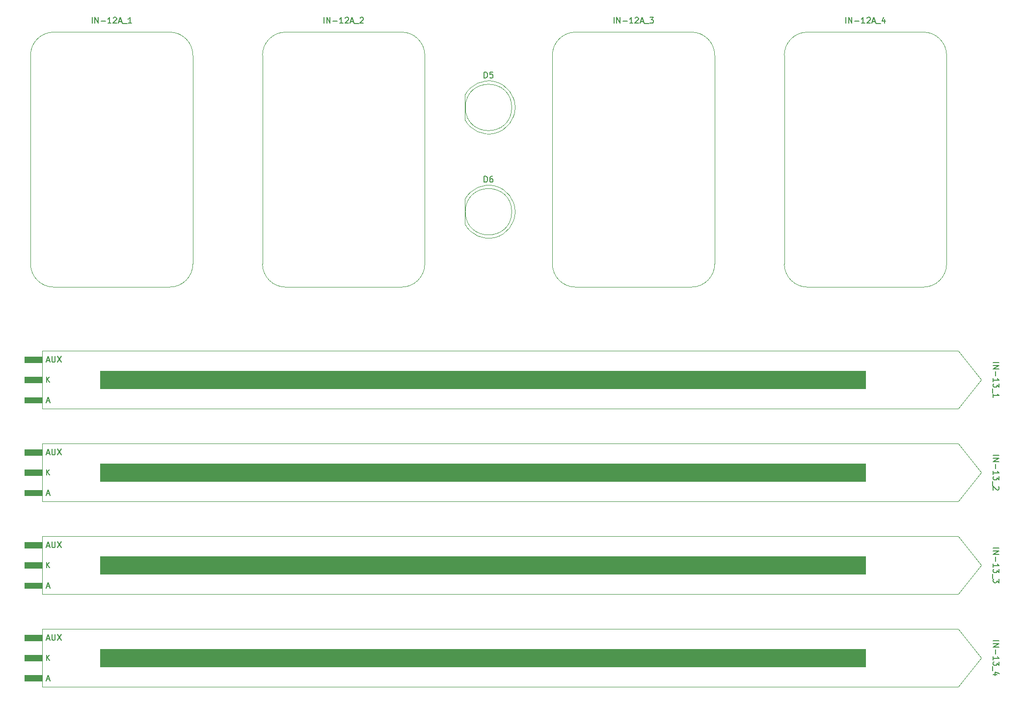
<source format=gbr>
%TF.GenerationSoftware,KiCad,Pcbnew,(6.0.1-0)*%
%TF.CreationDate,2022-02-14T11:55:45-05:00*%
%TF.ProjectId,nixie-tube-clock,6e697869-652d-4747-9562-652d636c6f63,rev?*%
%TF.SameCoordinates,Original*%
%TF.FileFunction,Legend,Top*%
%TF.FilePolarity,Positive*%
%FSLAX46Y46*%
G04 Gerber Fmt 4.6, Leading zero omitted, Abs format (unit mm)*
G04 Created by KiCad (PCBNEW (6.0.1-0)) date 2022-02-14 11:55:45*
%MOMM*%
%LPD*%
G01*
G04 APERTURE LIST*
%ADD10C,0.150000*%
%ADD11C,0.120000*%
G04 APERTURE END LIST*
D10*
%TO.C,IN-12A_2*%
X116619036Y-30452374D02*
X116619036Y-29452374D01*
X117095227Y-30452374D02*
X117095227Y-29452374D01*
X117666655Y-30452374D01*
X117666655Y-29452374D01*
X118142846Y-30071422D02*
X118904750Y-30071422D01*
X119904750Y-30452374D02*
X119333322Y-30452374D01*
X119619036Y-30452374D02*
X119619036Y-29452374D01*
X119523798Y-29595232D01*
X119428560Y-29690470D01*
X119333322Y-29738089D01*
X120285703Y-29547613D02*
X120333322Y-29499994D01*
X120428560Y-29452374D01*
X120666655Y-29452374D01*
X120761893Y-29499994D01*
X120809512Y-29547613D01*
X120857131Y-29642851D01*
X120857131Y-29738089D01*
X120809512Y-29880946D01*
X120238084Y-30452374D01*
X120857131Y-30452374D01*
X121238084Y-30166660D02*
X121714274Y-30166660D01*
X121142846Y-30452374D02*
X121476179Y-29452374D01*
X121809512Y-30452374D01*
X121904750Y-30547613D02*
X122666655Y-30547613D01*
X122857131Y-29547613D02*
X122904750Y-29499994D01*
X122999989Y-29452374D01*
X123238084Y-29452374D01*
X123333322Y-29499994D01*
X123380941Y-29547613D01*
X123428560Y-29642851D01*
X123428560Y-29738089D01*
X123380941Y-29880946D01*
X122809512Y-30452374D01*
X123428560Y-30452374D01*
%TO.C,IN-12A_3*%
X166619047Y-30452380D02*
X166619047Y-29452380D01*
X167095238Y-30452380D02*
X167095238Y-29452380D01*
X167666666Y-30452380D01*
X167666666Y-29452380D01*
X168142857Y-30071428D02*
X168904761Y-30071428D01*
X169904761Y-30452380D02*
X169333333Y-30452380D01*
X169619047Y-30452380D02*
X169619047Y-29452380D01*
X169523809Y-29595238D01*
X169428571Y-29690476D01*
X169333333Y-29738095D01*
X170285714Y-29547619D02*
X170333333Y-29500000D01*
X170428571Y-29452380D01*
X170666666Y-29452380D01*
X170761904Y-29500000D01*
X170809523Y-29547619D01*
X170857142Y-29642857D01*
X170857142Y-29738095D01*
X170809523Y-29880952D01*
X170238095Y-30452380D01*
X170857142Y-30452380D01*
X171238095Y-30166666D02*
X171714285Y-30166666D01*
X171142857Y-30452380D02*
X171476190Y-29452380D01*
X171809523Y-30452380D01*
X171904761Y-30547619D02*
X172666666Y-30547619D01*
X172809523Y-29452380D02*
X173428571Y-29452380D01*
X173095238Y-29833333D01*
X173238095Y-29833333D01*
X173333333Y-29880952D01*
X173380952Y-29928571D01*
X173428571Y-30023809D01*
X173428571Y-30261904D01*
X173380952Y-30357142D01*
X173333333Y-30404761D01*
X173238095Y-30452380D01*
X172952380Y-30452380D01*
X172857142Y-30404761D01*
X172809523Y-30357142D01*
%TO.C,IN-13_4*%
X232047619Y-137047619D02*
X233047619Y-137047619D01*
X232047619Y-137523809D02*
X233047619Y-137523809D01*
X232047619Y-138095238D01*
X233047619Y-138095238D01*
X232428571Y-138571428D02*
X232428571Y-139333333D01*
X232047619Y-140333333D02*
X232047619Y-139761904D01*
X232047619Y-140047619D02*
X233047619Y-140047619D01*
X232904761Y-139952380D01*
X232809523Y-139857142D01*
X232761904Y-139761904D01*
X233047619Y-140666666D02*
X233047619Y-141285714D01*
X232666666Y-140952380D01*
X232666666Y-141095238D01*
X232619047Y-141190476D01*
X232571428Y-141238095D01*
X232476190Y-141285714D01*
X232238095Y-141285714D01*
X232142857Y-141238095D01*
X232095238Y-141190476D01*
X232047619Y-141095238D01*
X232047619Y-140809523D01*
X232095238Y-140714285D01*
X232142857Y-140666666D01*
X231952380Y-141476190D02*
X231952380Y-142238095D01*
X232714285Y-142904761D02*
X232047619Y-142904761D01*
X233095238Y-142666666D02*
X232380952Y-142428571D01*
X232380952Y-143047619D01*
X68761904Y-143666666D02*
X69238095Y-143666666D01*
X68666666Y-143952380D02*
X69000000Y-142952380D01*
X69333333Y-143952380D01*
X68761904Y-136666666D02*
X69238095Y-136666666D01*
X68666666Y-136952380D02*
X69000000Y-135952380D01*
X69333333Y-136952380D01*
X69666666Y-135952380D02*
X69666666Y-136761904D01*
X69714285Y-136857142D01*
X69761904Y-136904761D01*
X69857142Y-136952380D01*
X70047619Y-136952380D01*
X70142857Y-136904761D01*
X70190476Y-136857142D01*
X70238095Y-136761904D01*
X70238095Y-135952380D01*
X70619047Y-135952380D02*
X71285714Y-136952380D01*
X71285714Y-135952380D02*
X70619047Y-136952380D01*
X68738095Y-140452380D02*
X68738095Y-139452380D01*
X69309523Y-140452380D02*
X68880952Y-139880952D01*
X69309523Y-139452380D02*
X68738095Y-140023809D01*
%TO.C,D6*%
X144256904Y-57892380D02*
X144256904Y-56892380D01*
X144495000Y-56892380D01*
X144637857Y-56940000D01*
X144733095Y-57035238D01*
X144780714Y-57130476D01*
X144828333Y-57320952D01*
X144828333Y-57463809D01*
X144780714Y-57654285D01*
X144733095Y-57749523D01*
X144637857Y-57844761D01*
X144495000Y-57892380D01*
X144256904Y-57892380D01*
X145685476Y-56892380D02*
X145495000Y-56892380D01*
X145399761Y-56940000D01*
X145352142Y-56987619D01*
X145256904Y-57130476D01*
X145209285Y-57320952D01*
X145209285Y-57701904D01*
X145256904Y-57797142D01*
X145304523Y-57844761D01*
X145399761Y-57892380D01*
X145590238Y-57892380D01*
X145685476Y-57844761D01*
X145733095Y-57797142D01*
X145780714Y-57701904D01*
X145780714Y-57463809D01*
X145733095Y-57368571D01*
X145685476Y-57320952D01*
X145590238Y-57273333D01*
X145399761Y-57273333D01*
X145304523Y-57320952D01*
X145256904Y-57368571D01*
X145209285Y-57463809D01*
%TO.C,IN-13_1*%
X232047619Y-89047619D02*
X233047619Y-89047619D01*
X232047619Y-89523809D02*
X233047619Y-89523809D01*
X232047619Y-90095238D01*
X233047619Y-90095238D01*
X232428571Y-90571428D02*
X232428571Y-91333333D01*
X232047619Y-92333333D02*
X232047619Y-91761904D01*
X232047619Y-92047619D02*
X233047619Y-92047619D01*
X232904761Y-91952380D01*
X232809523Y-91857142D01*
X232761904Y-91761904D01*
X233047619Y-92666666D02*
X233047619Y-93285714D01*
X232666666Y-92952380D01*
X232666666Y-93095238D01*
X232619047Y-93190476D01*
X232571428Y-93238095D01*
X232476190Y-93285714D01*
X232238095Y-93285714D01*
X232142857Y-93238095D01*
X232095238Y-93190476D01*
X232047619Y-93095238D01*
X232047619Y-92809523D01*
X232095238Y-92714285D01*
X232142857Y-92666666D01*
X231952380Y-93476190D02*
X231952380Y-94238095D01*
X232047619Y-95000000D02*
X232047619Y-94428571D01*
X232047619Y-94714285D02*
X233047619Y-94714285D01*
X232904761Y-94619047D01*
X232809523Y-94523809D01*
X232761904Y-94428571D01*
X68738095Y-92452380D02*
X68738095Y-91452380D01*
X69309523Y-92452380D02*
X68880952Y-91880952D01*
X69309523Y-91452380D02*
X68738095Y-92023809D01*
X68761904Y-95666666D02*
X69238095Y-95666666D01*
X68666666Y-95952380D02*
X69000000Y-94952380D01*
X69333333Y-95952380D01*
X68761904Y-88666666D02*
X69238095Y-88666666D01*
X68666666Y-88952380D02*
X69000000Y-87952380D01*
X69333333Y-88952380D01*
X69666666Y-87952380D02*
X69666666Y-88761904D01*
X69714285Y-88857142D01*
X69761904Y-88904761D01*
X69857142Y-88952380D01*
X70047619Y-88952380D01*
X70142857Y-88904761D01*
X70190476Y-88857142D01*
X70238095Y-88761904D01*
X70238095Y-87952380D01*
X70619047Y-87952380D02*
X71285714Y-88952380D01*
X71285714Y-87952380D02*
X70619047Y-88952380D01*
%TO.C,IN-12A_1*%
X76619039Y-30452374D02*
X76619039Y-29452374D01*
X77095230Y-30452374D02*
X77095230Y-29452374D01*
X77666658Y-30452374D01*
X77666658Y-29452374D01*
X78142849Y-30071422D02*
X78904753Y-30071422D01*
X79904753Y-30452374D02*
X79333325Y-30452374D01*
X79619039Y-30452374D02*
X79619039Y-29452374D01*
X79523801Y-29595232D01*
X79428563Y-29690470D01*
X79333325Y-29738089D01*
X80285706Y-29547613D02*
X80333325Y-29499994D01*
X80428563Y-29452374D01*
X80666658Y-29452374D01*
X80761896Y-29499994D01*
X80809515Y-29547613D01*
X80857134Y-29642851D01*
X80857134Y-29738089D01*
X80809515Y-29880946D01*
X80238087Y-30452374D01*
X80857134Y-30452374D01*
X81238087Y-30166660D02*
X81714277Y-30166660D01*
X81142849Y-30452374D02*
X81476182Y-29452374D01*
X81809515Y-30452374D01*
X81904753Y-30547613D02*
X82666658Y-30547613D01*
X83428563Y-30452374D02*
X82857134Y-30452374D01*
X83142849Y-30452374D02*
X83142849Y-29452374D01*
X83047611Y-29595232D01*
X82952372Y-29690470D01*
X82857134Y-29738089D01*
%TO.C,IN-13_2*%
X232047619Y-105047619D02*
X233047619Y-105047619D01*
X232047619Y-105523809D02*
X233047619Y-105523809D01*
X232047619Y-106095238D01*
X233047619Y-106095238D01*
X232428571Y-106571428D02*
X232428571Y-107333333D01*
X232047619Y-108333333D02*
X232047619Y-107761904D01*
X232047619Y-108047619D02*
X233047619Y-108047619D01*
X232904761Y-107952380D01*
X232809523Y-107857142D01*
X232761904Y-107761904D01*
X233047619Y-108666666D02*
X233047619Y-109285714D01*
X232666666Y-108952380D01*
X232666666Y-109095238D01*
X232619047Y-109190476D01*
X232571428Y-109238095D01*
X232476190Y-109285714D01*
X232238095Y-109285714D01*
X232142857Y-109238095D01*
X232095238Y-109190476D01*
X232047619Y-109095238D01*
X232047619Y-108809523D01*
X232095238Y-108714285D01*
X232142857Y-108666666D01*
X231952380Y-109476190D02*
X231952380Y-110238095D01*
X232952380Y-110428571D02*
X233000000Y-110476190D01*
X233047619Y-110571428D01*
X233047619Y-110809523D01*
X233000000Y-110904761D01*
X232952380Y-110952380D01*
X232857142Y-111000000D01*
X232761904Y-111000000D01*
X232619047Y-110952380D01*
X232047619Y-110380952D01*
X232047619Y-111000000D01*
X68738095Y-108452380D02*
X68738095Y-107452380D01*
X69309523Y-108452380D02*
X68880952Y-107880952D01*
X69309523Y-107452380D02*
X68738095Y-108023809D01*
X68761904Y-111666666D02*
X69238095Y-111666666D01*
X68666666Y-111952380D02*
X69000000Y-110952380D01*
X69333333Y-111952380D01*
X68761904Y-104666666D02*
X69238095Y-104666666D01*
X68666666Y-104952380D02*
X69000000Y-103952380D01*
X69333333Y-104952380D01*
X69666666Y-103952380D02*
X69666666Y-104761904D01*
X69714285Y-104857142D01*
X69761904Y-104904761D01*
X69857142Y-104952380D01*
X70047619Y-104952380D01*
X70142857Y-104904761D01*
X70190476Y-104857142D01*
X70238095Y-104761904D01*
X70238095Y-103952380D01*
X70619047Y-103952380D02*
X71285714Y-104952380D01*
X71285714Y-103952380D02*
X70619047Y-104952380D01*
%TO.C,IN-12A_4*%
X206619059Y-30452374D02*
X206619059Y-29452374D01*
X207095250Y-30452374D02*
X207095250Y-29452374D01*
X207666678Y-30452374D01*
X207666678Y-29452374D01*
X208142869Y-30071422D02*
X208904773Y-30071422D01*
X209904773Y-30452374D02*
X209333345Y-30452374D01*
X209619059Y-30452374D02*
X209619059Y-29452374D01*
X209523821Y-29595232D01*
X209428583Y-29690470D01*
X209333345Y-29738089D01*
X210285726Y-29547613D02*
X210333345Y-29499994D01*
X210428583Y-29452374D01*
X210666678Y-29452374D01*
X210761916Y-29499994D01*
X210809535Y-29547613D01*
X210857154Y-29642851D01*
X210857154Y-29738089D01*
X210809535Y-29880946D01*
X210238107Y-30452374D01*
X210857154Y-30452374D01*
X211238107Y-30166660D02*
X211714297Y-30166660D01*
X211142869Y-30452374D02*
X211476202Y-29452374D01*
X211809535Y-30452374D01*
X211904773Y-30547613D02*
X212666678Y-30547613D01*
X213333345Y-29785708D02*
X213333345Y-30452374D01*
X213095250Y-29404755D02*
X212857154Y-30119041D01*
X213476202Y-30119041D01*
%TO.C,D5*%
X144256904Y-39892380D02*
X144256904Y-38892380D01*
X144495000Y-38892380D01*
X144637857Y-38940000D01*
X144733095Y-39035238D01*
X144780714Y-39130476D01*
X144828333Y-39320952D01*
X144828333Y-39463809D01*
X144780714Y-39654285D01*
X144733095Y-39749523D01*
X144637857Y-39844761D01*
X144495000Y-39892380D01*
X144256904Y-39892380D01*
X145733095Y-38892380D02*
X145256904Y-38892380D01*
X145209285Y-39368571D01*
X145256904Y-39320952D01*
X145352142Y-39273333D01*
X145590238Y-39273333D01*
X145685476Y-39320952D01*
X145733095Y-39368571D01*
X145780714Y-39463809D01*
X145780714Y-39701904D01*
X145733095Y-39797142D01*
X145685476Y-39844761D01*
X145590238Y-39892380D01*
X145352142Y-39892380D01*
X145256904Y-39844761D01*
X145209285Y-39797142D01*
%TO.C,IN-13_3*%
X232047619Y-121047619D02*
X233047619Y-121047619D01*
X232047619Y-121523809D02*
X233047619Y-121523809D01*
X232047619Y-122095238D01*
X233047619Y-122095238D01*
X232428571Y-122571428D02*
X232428571Y-123333333D01*
X232047619Y-124333333D02*
X232047619Y-123761904D01*
X232047619Y-124047619D02*
X233047619Y-124047619D01*
X232904761Y-123952380D01*
X232809523Y-123857142D01*
X232761904Y-123761904D01*
X233047619Y-124666666D02*
X233047619Y-125285714D01*
X232666666Y-124952380D01*
X232666666Y-125095238D01*
X232619047Y-125190476D01*
X232571428Y-125238095D01*
X232476190Y-125285714D01*
X232238095Y-125285714D01*
X232142857Y-125238095D01*
X232095238Y-125190476D01*
X232047619Y-125095238D01*
X232047619Y-124809523D01*
X232095238Y-124714285D01*
X232142857Y-124666666D01*
X231952380Y-125476190D02*
X231952380Y-126238095D01*
X233047619Y-126380952D02*
X233047619Y-127000000D01*
X232666666Y-126666666D01*
X232666666Y-126809523D01*
X232619047Y-126904761D01*
X232571428Y-126952380D01*
X232476190Y-127000000D01*
X232238095Y-127000000D01*
X232142857Y-126952380D01*
X232095238Y-126904761D01*
X232047619Y-126809523D01*
X232047619Y-126523809D01*
X232095238Y-126428571D01*
X232142857Y-126380952D01*
X68761904Y-120666666D02*
X69238095Y-120666666D01*
X68666666Y-120952380D02*
X69000000Y-119952380D01*
X69333333Y-120952380D01*
X69666666Y-119952380D02*
X69666666Y-120761904D01*
X69714285Y-120857142D01*
X69761904Y-120904761D01*
X69857142Y-120952380D01*
X70047619Y-120952380D01*
X70142857Y-120904761D01*
X70190476Y-120857142D01*
X70238095Y-120761904D01*
X70238095Y-119952380D01*
X70619047Y-119952380D02*
X71285714Y-120952380D01*
X71285714Y-119952380D02*
X70619047Y-120952380D01*
X68761904Y-127666666D02*
X69238095Y-127666666D01*
X68666666Y-127952380D02*
X69000000Y-126952380D01*
X69333333Y-127952380D01*
X68738095Y-124452380D02*
X68738095Y-123452380D01*
X69309523Y-124452380D02*
X68880952Y-123880952D01*
X69309523Y-123452380D02*
X68738095Y-124023809D01*
D11*
%TO.C,IN-12A_2*%
X105999989Y-57999994D02*
X105999989Y-35999994D01*
X129999989Y-31999994D02*
X109999989Y-31999994D01*
X129999989Y-75999994D02*
X119999989Y-75999994D01*
X109999989Y-75999994D02*
X119999989Y-75999994D01*
X133999989Y-53999994D02*
X133999989Y-71999994D01*
X133999989Y-53999994D02*
X133999989Y-35999994D01*
X105999989Y-53999994D02*
X105999989Y-71999994D01*
X105999989Y-71999994D02*
G75*
G03*
X109999989Y-75999994I4000000J0D01*
G01*
X129999989Y-75999994D02*
G75*
G03*
X133999989Y-71999994I0J4000000D01*
G01*
X109999989Y-31999994D02*
G75*
G03*
X105999989Y-35999994I0J-4000000D01*
G01*
X133999989Y-35999994D02*
G75*
G03*
X129999989Y-31999994I-4000000J0D01*
G01*
%TO.C,IN-12A_3*%
X184000000Y-54000000D02*
X184000000Y-36000000D01*
X180000000Y-76000000D02*
X170000000Y-76000000D01*
X184000000Y-54000000D02*
X184000000Y-72000000D01*
X160000000Y-76000000D02*
X170000000Y-76000000D01*
X156000000Y-54000000D02*
X156000000Y-72000000D01*
X180000000Y-32000000D02*
X160000000Y-32000000D01*
X156000000Y-58000000D02*
X156000000Y-36000000D01*
X184000000Y-36000000D02*
G75*
G03*
X180000000Y-32000000I-4000000J0D01*
G01*
X180000000Y-76000000D02*
G75*
G03*
X184000000Y-72000000I0J4000000D01*
G01*
X156000000Y-72000000D02*
G75*
G03*
X160000000Y-76000000I4000000J0D01*
G01*
X160000000Y-32000000D02*
G75*
G03*
X156000000Y-36000000I0J-4000000D01*
G01*
%TO.C,IN-13_4*%
X230000000Y-140000000D02*
X226000000Y-135000000D01*
X80000000Y-138500000D02*
X210000000Y-138500000D01*
X226000000Y-145000000D02*
X68000000Y-145000000D01*
X68000000Y-145000000D02*
X68000000Y-135000000D01*
X226000000Y-135000000D02*
X68000000Y-135000000D01*
X95000000Y-141500000D02*
X195000000Y-141500000D01*
X230000000Y-140000000D02*
X226000000Y-145000000D01*
X68000000Y-136000000D02*
X65000000Y-136000000D01*
X65000000Y-136000000D02*
X65000000Y-137000000D01*
X65000000Y-137000000D02*
X68000000Y-137000000D01*
X68000000Y-137000000D02*
X68000000Y-136000000D01*
G36*
X68000000Y-136000000D02*
G01*
X65000000Y-136000000D01*
X65000000Y-137000000D01*
X68000000Y-137000000D01*
X68000000Y-136000000D01*
G37*
X78000000Y-138500000D02*
X210000000Y-138500000D01*
X210000000Y-138500000D02*
X210000000Y-141500000D01*
X210000000Y-141500000D02*
X78000000Y-141500000D01*
X78000000Y-141500000D02*
X78000000Y-138500000D01*
G36*
X78000000Y-138500000D02*
G01*
X210000000Y-138500000D01*
X210000000Y-141500000D01*
X78000000Y-141500000D01*
X78000000Y-138500000D01*
G37*
X68000000Y-143000000D02*
X65000000Y-143000000D01*
X65000000Y-143000000D02*
X65000000Y-144000000D01*
X65000000Y-144000000D02*
X68000000Y-144000000D01*
X68000000Y-144000000D02*
X68000000Y-143000000D01*
G36*
X68000000Y-143000000D02*
G01*
X65000000Y-143000000D01*
X65000000Y-144000000D01*
X68000000Y-144000000D01*
X68000000Y-143000000D01*
G37*
X68000000Y-139500000D02*
X65000000Y-139500000D01*
X65000000Y-139500000D02*
X65000000Y-140500000D01*
X65000000Y-140500000D02*
X68000000Y-140500000D01*
X68000000Y-140500000D02*
X68000000Y-139500000D01*
G36*
X68000000Y-139500000D02*
G01*
X65000000Y-139500000D01*
X65000000Y-140500000D01*
X68000000Y-140500000D01*
X68000000Y-139500000D01*
G37*
%TO.C,D6*%
X140935000Y-60858000D02*
X140935000Y-65142000D01*
X140935000Y-65141145D02*
G75*
G03*
X149585000Y-62999514I4060000J2141145D01*
G01*
X149585000Y-63000486D02*
G75*
G03*
X140935000Y-60858855I-4590000J486D01*
G01*
X148995000Y-63000000D02*
G75*
G03*
X148995000Y-63000000I-4000000J0D01*
G01*
%TO.C,IN-13_1*%
X80000000Y-90500000D02*
X210000000Y-90500000D01*
X230000000Y-92000000D02*
X226000000Y-87000000D01*
X226000000Y-97000000D02*
X68000000Y-97000000D01*
X230000000Y-92000000D02*
X226000000Y-97000000D01*
X226000000Y-87000000D02*
X68000000Y-87000000D01*
X95000000Y-93500000D02*
X195000000Y-93500000D01*
X68000000Y-97000000D02*
X68000000Y-87000000D01*
X78000000Y-90500000D02*
X210000000Y-90500000D01*
X210000000Y-90500000D02*
X210000000Y-93500000D01*
X210000000Y-93500000D02*
X78000000Y-93500000D01*
X78000000Y-93500000D02*
X78000000Y-90500000D01*
G36*
X78000000Y-90500000D02*
G01*
X210000000Y-90500000D01*
X210000000Y-93500000D01*
X78000000Y-93500000D01*
X78000000Y-90500000D01*
G37*
X68000000Y-91500000D02*
X65000000Y-91500000D01*
X65000000Y-91500000D02*
X65000000Y-92500000D01*
X65000000Y-92500000D02*
X68000000Y-92500000D01*
X68000000Y-92500000D02*
X68000000Y-91500000D01*
G36*
X68000000Y-91500000D02*
G01*
X65000000Y-91500000D01*
X65000000Y-92500000D01*
X68000000Y-92500000D01*
X68000000Y-91500000D01*
G37*
X68000000Y-95000000D02*
X65000000Y-95000000D01*
X65000000Y-95000000D02*
X65000000Y-96000000D01*
X65000000Y-96000000D02*
X68000000Y-96000000D01*
X68000000Y-96000000D02*
X68000000Y-95000000D01*
G36*
X68000000Y-95000000D02*
G01*
X65000000Y-95000000D01*
X65000000Y-96000000D01*
X68000000Y-96000000D01*
X68000000Y-95000000D01*
G37*
X68000000Y-88000000D02*
X65000000Y-88000000D01*
X65000000Y-88000000D02*
X65000000Y-89000000D01*
X65000000Y-89000000D02*
X68000000Y-89000000D01*
X68000000Y-89000000D02*
X68000000Y-88000000D01*
G36*
X68000000Y-88000000D02*
G01*
X65000000Y-88000000D01*
X65000000Y-89000000D01*
X68000000Y-89000000D01*
X68000000Y-88000000D01*
G37*
%TO.C,IN-12A_1*%
X65999992Y-57999994D02*
X65999992Y-35999994D01*
X69999992Y-75999994D02*
X79999992Y-75999994D01*
X65999992Y-53999994D02*
X65999992Y-71999994D01*
X89999992Y-75999994D02*
X79999992Y-75999994D01*
X93999992Y-53999994D02*
X93999992Y-71999994D01*
X93999992Y-53999994D02*
X93999992Y-35999994D01*
X89999992Y-31999994D02*
X69999992Y-31999994D01*
X93999992Y-35999994D02*
G75*
G03*
X89999992Y-31999994I-4000000J0D01*
G01*
X69999992Y-31999994D02*
G75*
G03*
X65999992Y-35999994I0J-4000000D01*
G01*
X65999992Y-71999994D02*
G75*
G03*
X69999992Y-75999994I4000000J0D01*
G01*
X89999992Y-75999994D02*
G75*
G03*
X93999992Y-71999994I0J4000000D01*
G01*
%TO.C,IN-13_2*%
X226000000Y-103000000D02*
X68000000Y-103000000D01*
X226000000Y-113000000D02*
X68000000Y-113000000D01*
X80000000Y-106500000D02*
X210000000Y-106500000D01*
X68000000Y-113000000D02*
X68000000Y-103000000D01*
X230000000Y-108000000D02*
X226000000Y-113000000D01*
X95000000Y-109500000D02*
X195000000Y-109500000D01*
X230000000Y-108000000D02*
X226000000Y-103000000D01*
X78000000Y-106500000D02*
X210000000Y-106500000D01*
X210000000Y-106500000D02*
X210000000Y-109500000D01*
X210000000Y-109500000D02*
X78000000Y-109500000D01*
X78000000Y-109500000D02*
X78000000Y-106500000D01*
G36*
X78000000Y-106500000D02*
G01*
X210000000Y-106500000D01*
X210000000Y-109500000D01*
X78000000Y-109500000D01*
X78000000Y-106500000D01*
G37*
X68000000Y-111000000D02*
X65000000Y-111000000D01*
X65000000Y-111000000D02*
X65000000Y-112000000D01*
X65000000Y-112000000D02*
X68000000Y-112000000D01*
X68000000Y-112000000D02*
X68000000Y-111000000D01*
G36*
X68000000Y-111000000D02*
G01*
X65000000Y-111000000D01*
X65000000Y-112000000D01*
X68000000Y-112000000D01*
X68000000Y-111000000D01*
G37*
X68000000Y-107500000D02*
X65000000Y-107500000D01*
X65000000Y-107500000D02*
X65000000Y-108500000D01*
X65000000Y-108500000D02*
X68000000Y-108500000D01*
X68000000Y-108500000D02*
X68000000Y-107500000D01*
G36*
X68000000Y-107500000D02*
G01*
X65000000Y-107500000D01*
X65000000Y-108500000D01*
X68000000Y-108500000D01*
X68000000Y-107500000D01*
G37*
X68000000Y-104000000D02*
X65000000Y-104000000D01*
X65000000Y-104000000D02*
X65000000Y-105000000D01*
X65000000Y-105000000D02*
X68000000Y-105000000D01*
X68000000Y-105000000D02*
X68000000Y-104000000D01*
G36*
X68000000Y-104000000D02*
G01*
X65000000Y-104000000D01*
X65000000Y-105000000D01*
X68000000Y-105000000D01*
X68000000Y-104000000D01*
G37*
%TO.C,IN-12A_4*%
X224000012Y-53999994D02*
X224000012Y-71999994D01*
X196000012Y-53999994D02*
X196000012Y-71999994D01*
X220000012Y-31999994D02*
X200000012Y-31999994D01*
X200000012Y-75999994D02*
X210000012Y-75999994D01*
X196000012Y-57999994D02*
X196000012Y-35999994D01*
X220000012Y-75999994D02*
X210000012Y-75999994D01*
X224000012Y-53999994D02*
X224000012Y-35999994D01*
X200000012Y-31999994D02*
G75*
G03*
X196000012Y-35999994I0J-4000000D01*
G01*
X224000012Y-35999994D02*
G75*
G03*
X220000012Y-31999994I-4000000J0D01*
G01*
X220000012Y-75999994D02*
G75*
G03*
X224000012Y-71999994I0J4000000D01*
G01*
X196000012Y-71999994D02*
G75*
G03*
X200000012Y-75999994I4000000J0D01*
G01*
%TO.C,D5*%
X140935000Y-42858000D02*
X140935000Y-47142000D01*
X140935000Y-47141145D02*
G75*
G03*
X149585000Y-44999514I4060000J2141145D01*
G01*
X149585000Y-45000486D02*
G75*
G03*
X140935000Y-42858855I-4590000J486D01*
G01*
X148995000Y-45000000D02*
G75*
G03*
X148995000Y-45000000I-4000000J0D01*
G01*
%TO.C,IN-13_3*%
X226000000Y-119000000D02*
X68000000Y-119000000D01*
X95000000Y-125500000D02*
X195000000Y-125500000D01*
X230000000Y-124000000D02*
X226000000Y-119000000D01*
X80000000Y-122500000D02*
X210000000Y-122500000D01*
X230000000Y-124000000D02*
X226000000Y-129000000D01*
X226000000Y-129000000D02*
X68000000Y-129000000D01*
X68000000Y-129000000D02*
X68000000Y-119000000D01*
X68000000Y-123500000D02*
X65000000Y-123500000D01*
X65000000Y-123500000D02*
X65000000Y-124500000D01*
X65000000Y-124500000D02*
X68000000Y-124500000D01*
X68000000Y-124500000D02*
X68000000Y-123500000D01*
G36*
X68000000Y-123500000D02*
G01*
X65000000Y-123500000D01*
X65000000Y-124500000D01*
X68000000Y-124500000D01*
X68000000Y-123500000D01*
G37*
X78000000Y-122500000D02*
X210000000Y-122500000D01*
X210000000Y-122500000D02*
X210000000Y-125500000D01*
X210000000Y-125500000D02*
X78000000Y-125500000D01*
X78000000Y-125500000D02*
X78000000Y-122500000D01*
G36*
X78000000Y-122500000D02*
G01*
X210000000Y-122500000D01*
X210000000Y-125500000D01*
X78000000Y-125500000D01*
X78000000Y-122500000D01*
G37*
X68000000Y-127000000D02*
X65000000Y-127000000D01*
X65000000Y-127000000D02*
X65000000Y-128000000D01*
X65000000Y-128000000D02*
X68000000Y-128000000D01*
X68000000Y-128000000D02*
X68000000Y-127000000D01*
G36*
X68000000Y-127000000D02*
G01*
X65000000Y-127000000D01*
X65000000Y-128000000D01*
X68000000Y-128000000D01*
X68000000Y-127000000D01*
G37*
X68000000Y-120000000D02*
X65000000Y-120000000D01*
X65000000Y-120000000D02*
X65000000Y-121000000D01*
X65000000Y-121000000D02*
X68000000Y-121000000D01*
X68000000Y-121000000D02*
X68000000Y-120000000D01*
G36*
X68000000Y-120000000D02*
G01*
X65000000Y-120000000D01*
X65000000Y-121000000D01*
X68000000Y-121000000D01*
X68000000Y-120000000D01*
G37*
%TD*%
M02*

</source>
